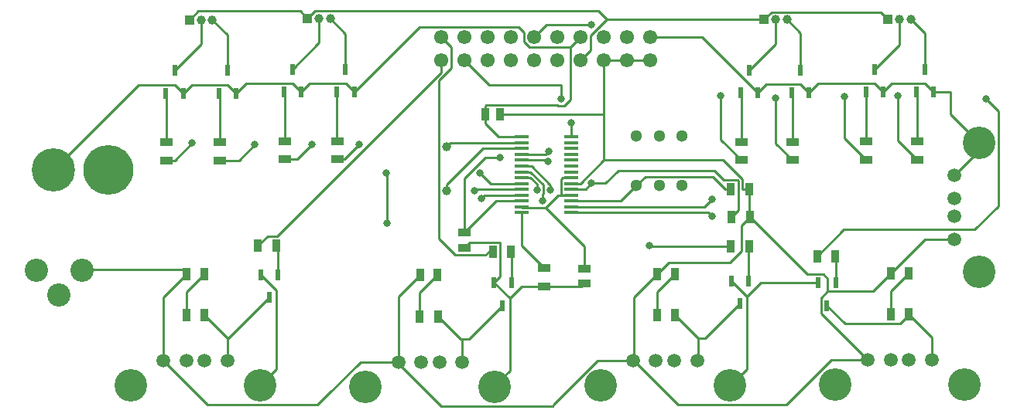
<source format=gbr>
%TF.GenerationSoftware,KiCad,Pcbnew,(5.1.6)-1*%
%TF.CreationDate,2020-10-27T11:33:51-07:00*%
%TF.ProjectId,main,6d61696e-2e6b-4696-9361-645f70636258,rev?*%
%TF.SameCoordinates,Original*%
%TF.FileFunction,Copper,L1,Top*%
%TF.FilePolarity,Positive*%
%FSLAX46Y46*%
G04 Gerber Fmt 4.6, Leading zero omitted, Abs format (unit mm)*
G04 Created by KiCad (PCBNEW (5.1.6)-1) date 2020-10-27 11:33:51*
%MOMM*%
%LPD*%
G01*
G04 APERTURE LIST*
%TA.AperFunction,ComponentPad*%
%ADD10C,1.000000*%
%TD*%
%TA.AperFunction,ComponentPad*%
%ADD11C,1.300000*%
%TD*%
%TA.AperFunction,SMDPad,CuDef*%
%ADD12R,0.950000X1.400000*%
%TD*%
%TA.AperFunction,SMDPad,CuDef*%
%ADD13R,1.400000X0.950000*%
%TD*%
%TA.AperFunction,SMDPad,CuDef*%
%ADD14R,0.600000X1.200000*%
%TD*%
%TA.AperFunction,SMDPad,CuDef*%
%ADD15R,0.900000X1.400000*%
%TD*%
%TA.AperFunction,ComponentPad*%
%ADD16C,3.570000*%
%TD*%
%TA.AperFunction,ComponentPad*%
%ADD17C,1.500000*%
%TD*%
%TA.AperFunction,ComponentPad*%
%ADD18R,1.000000X1.000000*%
%TD*%
%TA.AperFunction,ComponentPad*%
%ADD19C,2.550000*%
%TD*%
%TA.AperFunction,ComponentPad*%
%ADD20C,1.550000*%
%TD*%
%TA.AperFunction,ComponentPad*%
%ADD21C,4.740000*%
%TD*%
%TA.AperFunction,ComponentPad*%
%ADD22C,5.460000*%
%TD*%
%TA.AperFunction,SMDPad,CuDef*%
%ADD23R,1.525000X0.440000*%
%TD*%
%TA.AperFunction,SMDPad,CuDef*%
%ADD24R,1.470000X0.970000*%
%TD*%
%TA.AperFunction,SMDPad,CuDef*%
%ADD25R,0.970000X1.470000*%
%TD*%
%TA.AperFunction,ViaPad*%
%ADD26C,0.800000*%
%TD*%
%TA.AperFunction,Conductor*%
%ADD27C,0.250000*%
%TD*%
G04 APERTURE END LIST*
D10*
%TO.P,Y101,2*%
%TO.N,Net-(IC101-Pad2)*%
X125933200Y-95184900D03*
%TO.P,Y101,1*%
%TO.N,Net-(IC101-Pad3)*%
X125933200Y-100064900D03*
%TD*%
D11*
%TO.P,S101,6*%
%TO.N,Net-(IC101-Pad17)*%
X146674200Y-99474000D03*
%TO.P,S101,5*%
%TO.N,GND*%
X149174200Y-99474000D03*
%TO.P,S101,4*%
%TO.N,Net-(S101-Pad4)*%
X151674200Y-99474000D03*
%TO.P,S101,3*%
%TO.N,Net-(S101-Pad3)*%
X146674200Y-94074000D03*
%TO.P,S101,2*%
%TO.N,Net-(S101-Pad2)*%
X149174200Y-94074000D03*
%TO.P,S101,1*%
%TO.N,Net-(S101-Pad1)*%
X151674200Y-94074000D03*
%TD*%
D12*
%TO.P,R902,2*%
%TO.N,Net-(LED901-Pad1)*%
X97450400Y-113715800D03*
%TO.P,R902,1*%
%TO.N,Net-(J901-Pad4)*%
X99450400Y-113715800D03*
%TD*%
%TO.P,R901,2*%
%TO.N,Net-(Q901-Pad1)*%
X107299000Y-106093900D03*
%TO.P,R901,1*%
%TO.N,/USB1*%
X105299000Y-106093900D03*
%TD*%
%TO.P,R802,2*%
%TO.N,Net-(LED801-Pad1)*%
X122968933Y-113830100D03*
%TO.P,R802,1*%
%TO.N,Net-(J801-Pad4)*%
X124968933Y-113830100D03*
%TD*%
%TO.P,R801,2*%
%TO.N,Net-(Q801-Pad1)*%
X132978400Y-106718100D03*
%TO.P,R801,1*%
%TO.N,/USB2*%
X130978400Y-106718100D03*
%TD*%
%TO.P,R702,2*%
%TO.N,Net-(LED701-Pad1)*%
X148919265Y-113715800D03*
%TO.P,R702,1*%
%TO.N,Net-(J701-Pad4)*%
X150919265Y-113715800D03*
%TD*%
%TO.P,R701,2*%
%TO.N,Net-(Q701-Pad1)*%
X158988000Y-106108500D03*
%TO.P,R701,1*%
%TO.N,/USB3*%
X156988000Y-106108500D03*
%TD*%
%TO.P,R602,2*%
%TO.N,Net-(LED601-Pad1)*%
X174501300Y-113626900D03*
%TO.P,R602,1*%
%TO.N,Net-(J601-Pad4)*%
X176501300Y-113626900D03*
%TD*%
%TO.P,R601,2*%
%TO.N,Net-(Q601-Pad1)*%
X168462200Y-107238800D03*
%TO.P,R601,1*%
%TO.N,/USB4*%
X166462200Y-107238800D03*
%TD*%
D13*
%TO.P,R502,2*%
%TO.N,Net-(Q502-Pad1)*%
X177375300Y-94643700D03*
%TO.P,R502,1*%
%TO.N,/L4R*%
X177375300Y-96643700D03*
%TD*%
%TO.P,R501,2*%
%TO.N,Net-(Q501-Pad1)*%
X171844600Y-94643700D03*
%TO.P,R501,1*%
%TO.N,/L4G*%
X171844600Y-96643700D03*
%TD*%
%TO.P,R402,2*%
%TO.N,Net-(Q402-Pad1)*%
X163753600Y-94707200D03*
%TO.P,R402,1*%
%TO.N,/L3R*%
X163753600Y-96707200D03*
%TD*%
%TO.P,R401,2*%
%TO.N,Net-(Q401-Pad1)*%
X158154000Y-94707200D03*
%TO.P,R401,1*%
%TO.N,/L3G*%
X158154000Y-96707200D03*
%TD*%
%TO.P,R302,2*%
%TO.N,Net-(Q302-Pad1)*%
X113983400Y-94618300D03*
%TO.P,R302,1*%
%TO.N,/L2R*%
X113983400Y-96618300D03*
%TD*%
%TO.P,R301,2*%
%TO.N,Net-(Q301-Pad1)*%
X108191400Y-94618300D03*
%TO.P,R301,1*%
%TO.N,/L2G*%
X108191400Y-96618300D03*
%TD*%
%TO.P,R202,2*%
%TO.N,Net-(Q202-Pad1)*%
X101092900Y-94745300D03*
%TO.P,R202,1*%
%TO.N,/L1R*%
X101092900Y-96745300D03*
%TD*%
%TO.P,R201,2*%
%TO.N,Net-(Q201-Pad1)*%
X95295500Y-94745300D03*
%TO.P,R201,1*%
%TO.N,/L1G*%
X95295500Y-96745300D03*
%TD*%
D12*
%TO.P,R103,2*%
%TO.N,Net-(IC101-Pad17)*%
X157026100Y-99923600D03*
%TO.P,R103,1*%
%TO.N,+5V*%
X159026100Y-99923600D03*
%TD*%
%TO.P,R102,2*%
%TO.N,Net-(IC101-Pad19)*%
X157089600Y-102946200D03*
%TO.P,R102,1*%
%TO.N,+5V*%
X159089600Y-102946200D03*
%TD*%
D13*
%TO.P,R101,2*%
%TO.N,GND*%
X136601200Y-110524800D03*
%TO.P,R101,1*%
%TO.N,Net-(IC101-Pad14)*%
X136601200Y-108524800D03*
%TD*%
D14*
%TO.P,Q901,3*%
%TO.N,Net-(J901-Pad4)*%
X106530400Y-111752700D03*
%TO.P,Q901,2*%
%TO.N,GND*%
X105580400Y-109252700D03*
%TO.P,Q901,1*%
%TO.N,Net-(Q901-Pad1)*%
X107480400Y-109252700D03*
%TD*%
%TO.P,Q801,3*%
%TO.N,Net-(J801-Pad4)*%
X132048933Y-112629000D03*
%TO.P,Q801,2*%
%TO.N,GND*%
X131098933Y-110129000D03*
%TO.P,Q801,1*%
%TO.N,Net-(Q801-Pad1)*%
X132998933Y-110129000D03*
%TD*%
%TO.P,Q701,3*%
%TO.N,Net-(J701-Pad4)*%
X157999265Y-112451200D03*
%TO.P,Q701,2*%
%TO.N,GND*%
X157049265Y-109951200D03*
%TO.P,Q701,1*%
%TO.N,Net-(Q701-Pad1)*%
X158949265Y-109951200D03*
%TD*%
%TO.P,Q601,3*%
%TO.N,Net-(J601-Pad4)*%
X167528500Y-112654400D03*
%TO.P,Q601,2*%
%TO.N,GND*%
X166578500Y-110154400D03*
%TO.P,Q601,1*%
%TO.N,Net-(Q601-Pad1)*%
X168478500Y-110154400D03*
%TD*%
%TO.P,Q502,3*%
%TO.N,Net-(J501-Pad3)*%
X178250700Y-86748300D03*
%TO.P,Q502,2*%
%TO.N,GND*%
X179200700Y-89248300D03*
%TO.P,Q502,1*%
%TO.N,Net-(Q502-Pad1)*%
X177300700Y-89248300D03*
%TD*%
%TO.P,Q501,3*%
%TO.N,Net-(J501-Pad2)*%
X172720000Y-86748300D03*
%TO.P,Q501,2*%
%TO.N,GND*%
X173670000Y-89248300D03*
%TO.P,Q501,1*%
%TO.N,Net-(Q501-Pad1)*%
X171770000Y-89248300D03*
%TD*%
%TO.P,Q402,3*%
%TO.N,Net-(J401-Pad3)*%
X164629000Y-86811800D03*
%TO.P,Q402,2*%
%TO.N,GND*%
X165579000Y-89311800D03*
%TO.P,Q402,1*%
%TO.N,Net-(Q402-Pad1)*%
X163679000Y-89311800D03*
%TD*%
%TO.P,Q401,3*%
%TO.N,Net-(J401-Pad2)*%
X159029400Y-86811800D03*
%TO.P,Q401,2*%
%TO.N,GND*%
X159979400Y-89311800D03*
%TO.P,Q401,1*%
%TO.N,Net-(Q401-Pad1)*%
X158079400Y-89311800D03*
%TD*%
%TO.P,Q302,3*%
%TO.N,Net-(J301-Pad3)*%
X114858800Y-86722900D03*
%TO.P,Q302,2*%
%TO.N,GND*%
X115808800Y-89222900D03*
%TO.P,Q302,1*%
%TO.N,Net-(Q302-Pad1)*%
X113908800Y-89222900D03*
%TD*%
%TO.P,Q301,3*%
%TO.N,Net-(J301-Pad2)*%
X109066800Y-86722900D03*
%TO.P,Q301,2*%
%TO.N,GND*%
X110016800Y-89222900D03*
%TO.P,Q301,1*%
%TO.N,Net-(Q301-Pad1)*%
X108116800Y-89222900D03*
%TD*%
%TO.P,Q202,3*%
%TO.N,Net-(J201-Pad3)*%
X101968300Y-86849900D03*
%TO.P,Q202,2*%
%TO.N,GND*%
X102918300Y-89349900D03*
%TO.P,Q202,1*%
%TO.N,Net-(Q202-Pad1)*%
X101018300Y-89349900D03*
%TD*%
%TO.P,Q201,3*%
%TO.N,Net-(J201-Pad2)*%
X96170900Y-86849900D03*
%TO.P,Q201,2*%
%TO.N,GND*%
X97120900Y-89349900D03*
%TO.P,Q201,1*%
%TO.N,Net-(Q201-Pad1)*%
X95220900Y-89349900D03*
%TD*%
D15*
%TO.P,LED901,2*%
%TO.N,+5V*%
X97500400Y-109169200D03*
%TO.P,LED901,1*%
%TO.N,Net-(LED901-Pad1)*%
X99400400Y-109169200D03*
%TD*%
%TO.P,LED801,2*%
%TO.N,+5V*%
X123018933Y-109283500D03*
%TO.P,LED801,1*%
%TO.N,Net-(LED801-Pad1)*%
X124918933Y-109283500D03*
%TD*%
%TO.P,LED701,2*%
%TO.N,+5V*%
X148969265Y-109169200D03*
%TO.P,LED701,1*%
%TO.N,Net-(LED701-Pad1)*%
X150869265Y-109169200D03*
%TD*%
%TO.P,LED601,2*%
%TO.N,+5V*%
X174551300Y-109080300D03*
%TO.P,LED601,1*%
%TO.N,Net-(LED601-Pad1)*%
X176451300Y-109080300D03*
%TD*%
D16*
%TO.P,J901,6*%
%TO.N,GND*%
X105520400Y-121421100D03*
%TO.P,J901,5*%
%TO.N,Net-(J901-Pad5)*%
X91380400Y-121421100D03*
D17*
%TO.P,J901,4*%
%TO.N,Net-(J901-Pad4)*%
X101950400Y-118711100D03*
%TO.P,J901,3*%
%TO.N,/D1+*%
X99450400Y-118711100D03*
%TO.P,J901,2*%
%TO.N,/D1-*%
X97450400Y-118711100D03*
%TO.P,J901,1*%
%TO.N,+5V*%
X94950400Y-118711100D03*
%TD*%
D16*
%TO.P,J801,6*%
%TO.N,GND*%
X131204033Y-121535400D03*
%TO.P,J801,5*%
%TO.N,Net-(J801-Pad5)*%
X117064033Y-121535400D03*
D17*
%TO.P,J801,4*%
%TO.N,Net-(J801-Pad4)*%
X127634033Y-118825400D03*
%TO.P,J801,3*%
%TO.N,/D2+*%
X125134033Y-118825400D03*
%TO.P,J801,2*%
%TO.N,/D2-*%
X123134033Y-118825400D03*
%TO.P,J801,1*%
%TO.N,+5V*%
X120634033Y-118825400D03*
%TD*%
D16*
%TO.P,J701,6*%
%TO.N,GND*%
X156887666Y-121421100D03*
%TO.P,J701,5*%
%TO.N,Net-(J701-Pad5)*%
X142747666Y-121421100D03*
D17*
%TO.P,J701,4*%
%TO.N,Net-(J701-Pad4)*%
X153317666Y-118711100D03*
%TO.P,J701,3*%
%TO.N,/D3+*%
X150817666Y-118711100D03*
%TO.P,J701,2*%
%TO.N,/D3-*%
X148817666Y-118711100D03*
%TO.P,J701,1*%
%TO.N,+5V*%
X146317666Y-118711100D03*
%TD*%
D16*
%TO.P,J601,6*%
%TO.N,GND*%
X182571300Y-121332200D03*
%TO.P,J601,5*%
%TO.N,Net-(J601-Pad5)*%
X168431300Y-121332200D03*
D17*
%TO.P,J601,4*%
%TO.N,Net-(J601-Pad4)*%
X179001300Y-118622200D03*
%TO.P,J601,3*%
%TO.N,/D4+*%
X176501300Y-118622200D03*
%TO.P,J601,2*%
%TO.N,/D4-*%
X174501300Y-118622200D03*
%TO.P,J601,1*%
%TO.N,+5V*%
X172001300Y-118622200D03*
%TD*%
D10*
%TO.P,J501,3*%
%TO.N,Net-(J501-Pad3)*%
X176687800Y-81216500D03*
%TO.P,J501,2*%
%TO.N,Net-(J501-Pad2)*%
X175437800Y-81216500D03*
D18*
%TO.P,J501,1*%
%TO.N,+12V*%
X174187800Y-81216500D03*
%TD*%
D10*
%TO.P,J401,3*%
%TO.N,Net-(J401-Pad3)*%
X163155000Y-81280000D03*
%TO.P,J401,2*%
%TO.N,Net-(J401-Pad2)*%
X161905000Y-81280000D03*
D18*
%TO.P,J401,1*%
%TO.N,+12V*%
X160655000Y-81280000D03*
%TD*%
D10*
%TO.P,J301,3*%
%TO.N,Net-(J301-Pad3)*%
X113205900Y-81191100D03*
%TO.P,J301,2*%
%TO.N,Net-(J301-Pad2)*%
X111955900Y-81191100D03*
D18*
%TO.P,J301,1*%
%TO.N,+12V*%
X110705900Y-81191100D03*
%TD*%
D10*
%TO.P,J201,3*%
%TO.N,Net-(J201-Pad3)*%
X100310000Y-81318100D03*
%TO.P,J201,2*%
%TO.N,Net-(J201-Pad2)*%
X99060000Y-81318100D03*
D18*
%TO.P,J201,1*%
%TO.N,+12V*%
X97810000Y-81318100D03*
%TD*%
D19*
%TO.P,J104,3*%
%TO.N,Net-(IC101-Pad19)*%
X83472400Y-111500900D03*
%TO.P,J104,2*%
%TO.N,GND*%
X81012400Y-108800900D03*
%TO.P,J104,1*%
%TO.N,+5V*%
X86012400Y-108800900D03*
%TD*%
D20*
%TO.P,J103,20*%
%TO.N,GND*%
X148196300Y-83210400D03*
%TO.P,J103,19*%
%TO.N,+5V*%
X148196300Y-85750400D03*
%TO.P,J103,18*%
%TO.N,GND*%
X145656300Y-83210400D03*
%TO.P,J103,17*%
%TO.N,+5V*%
X145656300Y-85750400D03*
%TO.P,J103,16*%
%TO.N,GND*%
X143116300Y-83210400D03*
%TO.P,J103,15*%
%TO.N,+5V*%
X143116300Y-85750400D03*
%TO.P,J103,14*%
%TO.N,GND*%
X140576300Y-83210400D03*
%TO.P,J103,13*%
%TO.N,+12V*%
X140576300Y-85750400D03*
%TO.P,J103,12*%
%TO.N,/L4R*%
X138036300Y-83210400D03*
%TO.P,J103,11*%
%TO.N,/L4G*%
X138036300Y-85750400D03*
%TO.P,J103,10*%
%TO.N,/L3R*%
X135496300Y-83210400D03*
%TO.P,J103,9*%
%TO.N,/L3G*%
X135496300Y-85750400D03*
%TO.P,J103,8*%
%TO.N,/L2R*%
X132956300Y-83210400D03*
%TO.P,J103,7*%
%TO.N,/L2G*%
X132956300Y-85750400D03*
%TO.P,J103,6*%
%TO.N,/L1R*%
X130416300Y-83210400D03*
%TO.P,J103,5*%
%TO.N,/L1G*%
X130416300Y-85750400D03*
%TO.P,J103,4*%
%TO.N,/USB4*%
X127876300Y-83210400D03*
%TO.P,J103,3*%
%TO.N,/USB3*%
X127876300Y-85750400D03*
%TO.P,J103,2*%
%TO.N,/USB2*%
X125336300Y-83210400D03*
%TO.P,J103,1*%
%TO.N,/USB1*%
X125336300Y-85750400D03*
%TD*%
D16*
%TO.P,J102,6*%
%TO.N,GND*%
X184171800Y-94809400D03*
%TO.P,J102,5*%
%TO.N,Net-(J102-Pad5)*%
X184171800Y-108949400D03*
D17*
%TO.P,J102,4*%
%TO.N,GND*%
X181461800Y-98379400D03*
%TO.P,J102,3*%
%TO.N,/D0+*%
X181461800Y-100879400D03*
%TO.P,J102,2*%
%TO.N,/DO-*%
X181461800Y-102879400D03*
%TO.P,J102,1*%
%TO.N,+5V*%
X181461800Y-105379400D03*
%TD*%
D21*
%TO.P,J101,2*%
%TO.N,GND*%
X82887300Y-97739200D03*
D22*
%TO.P,J101,1*%
%TO.N,+12V*%
X88887300Y-97739200D03*
%TD*%
D23*
%TO.P,IC101,28*%
%TO.N,/VD18*%
X139529100Y-94138000D03*
%TO.P,IC101,27*%
%TO.N,Net-(IC101-Pad27)*%
X139529100Y-94778000D03*
%TO.P,IC101,26*%
%TO.N,Net-(IC101-Pad26)*%
X139529100Y-95418000D03*
%TO.P,IC101,25*%
%TO.N,Net-(IC101-Pad25)*%
X139529100Y-96058000D03*
%TO.P,IC101,24*%
%TO.N,Net-(IC101-Pad24)*%
X139529100Y-96698000D03*
%TO.P,IC101,23*%
%TO.N,Net-(IC101-Pad23)*%
X139529100Y-97338000D03*
%TO.P,IC101,22*%
%TO.N,Net-(IC101-Pad22)*%
X139529100Y-97978000D03*
%TO.P,IC101,21*%
%TO.N,/VD33*%
X139529100Y-98618000D03*
%TO.P,IC101,20*%
%TO.N,+5V*%
X139529100Y-99258000D03*
%TO.P,IC101,19*%
%TO.N,Net-(IC101-Pad19)*%
X139529100Y-99898000D03*
%TO.P,IC101,18*%
%TO.N,/VD33*%
X139529100Y-100538000D03*
%TO.P,IC101,17*%
%TO.N,Net-(IC101-Pad17)*%
X139529100Y-101178000D03*
%TO.P,IC101,16*%
%TO.N,/D0+*%
X139529100Y-101818000D03*
%TO.P,IC101,15*%
%TO.N,/DO-*%
X139529100Y-102458000D03*
%TO.P,IC101,14*%
%TO.N,Net-(IC101-Pad14)*%
X134105100Y-102458000D03*
%TO.P,IC101,13*%
%TO.N,/VD33*%
X134105100Y-101818000D03*
%TO.P,IC101,12*%
%TO.N,/VD18*%
X134105100Y-101178000D03*
%TO.P,IC101,11*%
%TO.N,/D1+*%
X134105100Y-100538000D03*
%TO.P,IC101,10*%
%TO.N,/D1-*%
X134105100Y-99898000D03*
%TO.P,IC101,9*%
%TO.N,/D2+*%
X134105100Y-99258000D03*
%TO.P,IC101,8*%
%TO.N,/D2-*%
X134105100Y-98618000D03*
%TO.P,IC101,7*%
%TO.N,/D3+*%
X134105100Y-97978000D03*
%TO.P,IC101,6*%
%TO.N,/D3-*%
X134105100Y-97338000D03*
%TO.P,IC101,5*%
%TO.N,/D4+*%
X134105100Y-96698000D03*
%TO.P,IC101,4*%
%TO.N,/D4-*%
X134105100Y-96058000D03*
%TO.P,IC101,3*%
%TO.N,Net-(IC101-Pad3)*%
X134105100Y-95418000D03*
%TO.P,IC101,2*%
%TO.N,Net-(IC101-Pad2)*%
X134105100Y-94778000D03*
%TO.P,IC101,1*%
%TO.N,GND*%
X134105100Y-94138000D03*
%TD*%
D24*
%TO.P,C104,2*%
%TO.N,/VD33*%
X140970000Y-108585000D03*
%TO.P,C104,1*%
%TO.N,GND*%
X140970000Y-110245000D03*
%TD*%
D25*
%TO.P,C102,2*%
%TO.N,+5V*%
X131792400Y-91694000D03*
%TO.P,C102,1*%
%TO.N,GND*%
X130132400Y-91694000D03*
%TD*%
D24*
%TO.P,C101,2*%
%TO.N,/VD18*%
X127876300Y-104618100D03*
%TO.P,C101,1*%
%TO.N,GND*%
X127876300Y-106278100D03*
%TD*%
D26*
%TO.N,/D1+*%
X129755900Y-100863400D03*
%TO.N,/D1-*%
X128993900Y-100025200D03*
%TO.N,/D2+*%
X119367300Y-103606600D03*
X119329200Y-98145600D03*
X129552700Y-98069400D03*
%TO.N,/D2-*%
X135801100Y-99964899D03*
%TO.N,/D3+*%
X136385300Y-101168200D03*
%TO.N,/D3-*%
X137287000Y-99987100D03*
%TO.N,/D4+*%
X137020300Y-96850200D03*
%TO.N,/D4-*%
X137083800Y-95707200D03*
%TO.N,/USB3*%
X148107400Y-106070400D03*
X138468100Y-89979500D03*
%TO.N,/USB4*%
X184975500Y-90011002D03*
%TO.N,/L2R*%
X116370100Y-94970600D03*
%TO.N,/L2G*%
X111226600Y-95008700D03*
%TO.N,/L1R*%
X104952800Y-94996000D03*
%TO.N,/L1G*%
X98094800Y-94830900D03*
%TO.N,/L4R*%
X175310800Y-89674700D03*
%TO.N,/L4G*%
X169481500Y-89763600D03*
%TO.N,/L3R*%
X161899600Y-89877900D03*
X141795500Y-81851500D03*
%TO.N,/L3G*%
X155892500Y-89598500D03*
%TO.N,/VD18*%
X131775200Y-96393000D03*
X139547600Y-92583000D03*
%TO.N,Net-(IC101-Pad19)*%
X141784899Y-99239899D03*
%TO.N,/D0+*%
X154965400Y-101003100D03*
%TO.N,/DO-*%
X154978100Y-102870000D03*
%TD*%
D27*
%TO.N,GND*%
X158774264Y-111676199D02*
X157049265Y-109951200D01*
X158774264Y-119636101D02*
X158774264Y-111676199D01*
X156989265Y-121421100D02*
X158774264Y-119636101D01*
X132823932Y-111853999D02*
X131098933Y-110129000D01*
X132823932Y-119750401D02*
X132823932Y-111853999D01*
X131038933Y-121535400D02*
X132823932Y-119750401D01*
X107305399Y-110977699D02*
X105580400Y-109252700D01*
X107305399Y-119636101D02*
X107305399Y-110977699D01*
X105520400Y-121421100D02*
X107305399Y-119636101D01*
X153878000Y-83210400D02*
X148196300Y-83210400D01*
X159979400Y-89311800D02*
X153878000Y-83210400D01*
X164653999Y-88386799D02*
X165579000Y-89311800D01*
X160904401Y-88386799D02*
X164653999Y-88386799D01*
X159979400Y-89311800D02*
X160904401Y-88386799D01*
X172744999Y-88323299D02*
X173670000Y-89248300D01*
X166567501Y-88323299D02*
X172744999Y-88323299D01*
X165579000Y-89311800D02*
X166567501Y-88323299D01*
X174595001Y-88323299D02*
X178275699Y-88323299D01*
X178275699Y-88323299D02*
X179200700Y-89248300D01*
X173670000Y-89248300D02*
X174595001Y-88323299D01*
X179200700Y-89248300D02*
X181055600Y-89248300D01*
X101993299Y-88424899D02*
X102918300Y-89349900D01*
X98045901Y-88424899D02*
X101993299Y-88424899D01*
X97120900Y-89349900D02*
X98045901Y-88424899D01*
X103970301Y-88297899D02*
X109091799Y-88297899D01*
X109091799Y-88297899D02*
X110016800Y-89222900D01*
X102918300Y-89349900D02*
X103970301Y-88297899D01*
X114883799Y-88297899D02*
X115808800Y-89222900D01*
X110941801Y-88297899D02*
X114883799Y-88297899D01*
X110016800Y-89222900D02*
X110941801Y-88297899D01*
X134153131Y-110524800D02*
X132823932Y-111853999D01*
X136601200Y-110524800D02*
X134153131Y-110524800D01*
X128461301Y-105693099D02*
X127876300Y-106278100D01*
X131713401Y-105693099D02*
X128461301Y-105693099D01*
X131778401Y-109449532D02*
X131778401Y-105758099D01*
X131778401Y-105758099D02*
X131713401Y-105693099D01*
X131098933Y-110129000D02*
X131778401Y-109449532D01*
X131591400Y-94138000D02*
X134105100Y-94138000D01*
X130132400Y-92679000D02*
X131591400Y-94138000D01*
X130132400Y-91694000D02*
X130132400Y-92679000D01*
X134396299Y-83738401D02*
X134968299Y-84310401D01*
X134396299Y-82682399D02*
X134396299Y-83738401D01*
X134968299Y-84310401D02*
X139476299Y-84310401D01*
X133824299Y-82110399D02*
X134396299Y-82682399D01*
X122921301Y-82110399D02*
X133824299Y-82110399D01*
X115808800Y-89222900D02*
X122921301Y-82110399D01*
X181055600Y-91693200D02*
X181055600Y-89248300D01*
X184171800Y-94809400D02*
X181055600Y-91693200D01*
X184171800Y-95669400D02*
X184171800Y-94809400D01*
X181461800Y-98379400D02*
X184171800Y-95669400D01*
X160296063Y-110154400D02*
X158774264Y-111676199D01*
X166578500Y-110154400D02*
X160296063Y-110154400D01*
X139476299Y-84310401D02*
X140576300Y-83210400D01*
X139476299Y-90044303D02*
X139476299Y-84310401D01*
X138816101Y-90704501D02*
X139476299Y-90044303D01*
X138049597Y-90633999D02*
X138120099Y-90704501D01*
X130207401Y-90633999D02*
X138049597Y-90633999D01*
X130132400Y-90709000D02*
X130207401Y-90633999D01*
X138120099Y-90704501D02*
X138816101Y-90704501D01*
X130132400Y-91694000D02*
X130132400Y-90709000D01*
X96195899Y-88424899D02*
X97120900Y-89349900D01*
X92201601Y-88424899D02*
X96195899Y-88424899D01*
X82887300Y-97739200D02*
X92201601Y-88424899D01*
X140690200Y-110524800D02*
X140970000Y-110245000D01*
X136601200Y-110524800D02*
X140690200Y-110524800D01*
%TO.N,/D1+*%
X130081300Y-100538000D02*
X134105100Y-100538000D01*
X129755900Y-100863400D02*
X130081300Y-100538000D01*
%TO.N,/D1-*%
X129121100Y-99898000D02*
X134105100Y-99898000D01*
X128993900Y-100025200D02*
X129121100Y-99898000D01*
%TO.N,/D2+*%
X119367300Y-103606600D02*
X119367300Y-98183700D01*
X119367300Y-98183700D02*
X119329200Y-98145600D01*
X130741300Y-99258000D02*
X134105100Y-99258000D01*
X129552700Y-98069400D02*
X130741300Y-99258000D01*
%TO.N,/D2-*%
X135105100Y-98618000D02*
X134105100Y-98618000D01*
X135801100Y-99314000D02*
X135105100Y-98618000D01*
X135801100Y-99964899D02*
X135801100Y-99314000D01*
%TO.N,/D3+*%
X135101510Y-97978000D02*
X134105100Y-97978000D01*
X136526101Y-99402591D02*
X135101510Y-97978000D01*
X136526101Y-100312900D02*
X136526101Y-99402591D01*
X136385300Y-100453701D02*
X136526101Y-100312900D01*
X136385300Y-101168200D02*
X136385300Y-100453701D01*
%TO.N,/D3-*%
X135032602Y-97338000D02*
X134105100Y-97338000D01*
X135203585Y-97338000D02*
X134105100Y-97338000D01*
X137287000Y-99421415D02*
X135203585Y-97338000D01*
X137287000Y-99987100D02*
X137287000Y-99421415D01*
%TO.N,/D4+*%
X136868100Y-96698000D02*
X137020300Y-96850200D01*
X134105100Y-96698000D02*
X136868100Y-96698000D01*
%TO.N,/D4-*%
X136733000Y-96058000D02*
X134105100Y-96058000D01*
X137083800Y-95707200D02*
X136733000Y-96058000D01*
%TO.N,/USB1*%
X125336300Y-87077402D02*
X125336300Y-85750400D01*
X107344803Y-105068899D02*
X125336300Y-87077402D01*
X106324001Y-105068899D02*
X107344803Y-105068899D01*
X105299000Y-106093900D02*
X106324001Y-105068899D01*
%TO.N,/USB2*%
X126436301Y-84310401D02*
X125336300Y-83210400D01*
X125108199Y-87941913D02*
X126436301Y-86613811D01*
X126436301Y-86613811D02*
X126436301Y-84310401D01*
X130978400Y-106718100D02*
X130543300Y-106718100D01*
X125108199Y-105315001D02*
X125108199Y-101409999D01*
X126881299Y-107088101D02*
X125108199Y-105315001D01*
X130173299Y-107088101D02*
X126881299Y-107088101D01*
X130543300Y-106718100D02*
X130173299Y-107088101D01*
X125108199Y-101409999D02*
X125108199Y-87941913D01*
X125108199Y-101765599D02*
X125108199Y-101409999D01*
%TO.N,/USB3*%
X138441599Y-88494701D02*
X130620601Y-88494701D01*
X130620601Y-88494701D02*
X127876300Y-85750400D01*
X138468100Y-89979500D02*
X138468100Y-88521202D01*
X138468100Y-88521202D02*
X138441599Y-88494701D01*
X148145500Y-106108500D02*
X148107400Y-106070400D01*
X156988000Y-106108500D02*
X148145500Y-106108500D01*
%TO.N,/USB4*%
X169396601Y-104304399D02*
X183680801Y-104304399D01*
X166462200Y-107238800D02*
X169396601Y-104304399D01*
X186281801Y-91317303D02*
X184975500Y-90011002D01*
X186281801Y-101703399D02*
X186281801Y-91317303D01*
X183680801Y-104304399D02*
X186281801Y-101703399D01*
%TO.N,+12V*%
X109880899Y-80366099D02*
X110705900Y-81191100D01*
X98762001Y-80366099D02*
X109880899Y-80366099D01*
X97810000Y-81318100D02*
X98762001Y-80366099D01*
X143418698Y-81280000D02*
X160655000Y-81280000D01*
X141676301Y-84650399D02*
X141676301Y-83022397D01*
X141676301Y-83022397D02*
X143418698Y-81280000D01*
X140576300Y-85750400D02*
X141676301Y-84650399D01*
X111530901Y-80366099D02*
X110705900Y-81191100D01*
X142504797Y-80366099D02*
X111530901Y-80366099D01*
X143418698Y-81280000D02*
X142504797Y-80366099D01*
X173426299Y-80454999D02*
X174187800Y-81216500D01*
X161480001Y-80454999D02*
X173426299Y-80454999D01*
X160655000Y-81280000D02*
X161480001Y-80454999D01*
%TO.N,/L2R*%
X113983400Y-96618300D02*
X114722400Y-96618300D01*
X114722400Y-96618300D02*
X116370100Y-94970600D01*
%TO.N,/L2G*%
X108191400Y-96618300D02*
X109617000Y-96618300D01*
X109617000Y-96618300D02*
X111226600Y-95008700D01*
%TO.N,/L1R*%
X101092900Y-96745300D02*
X103203500Y-96745300D01*
X103203500Y-96745300D02*
X104952800Y-94996000D01*
%TO.N,/L1G*%
X95295500Y-96745300D02*
X96180400Y-96745300D01*
X96180400Y-96745300D02*
X98094800Y-94830900D01*
%TO.N,+5V*%
X146419265Y-111719200D02*
X148969265Y-109169200D01*
X146419265Y-118711100D02*
X146419265Y-111719200D01*
X94950400Y-111719200D02*
X97500400Y-109169200D01*
X94950400Y-118711100D02*
X94950400Y-111719200D01*
X116486131Y-118825400D02*
X120468933Y-118825400D01*
X94950400Y-118711100D02*
X99770401Y-123531101D01*
X142436463Y-118711100D02*
X146419265Y-118711100D01*
X120468933Y-118825400D02*
X125288934Y-123645401D01*
X168018498Y-118622200D02*
X172001300Y-118622200D01*
X146419265Y-118711100D02*
X151239266Y-123531101D01*
X120634033Y-111668400D02*
X123018933Y-109283500D01*
X120634033Y-118825400D02*
X120634033Y-111668400D01*
X163109597Y-123531101D02*
X163354599Y-123286099D01*
X151239266Y-123531101D02*
X163109597Y-123531101D01*
X163198497Y-123442201D02*
X163354599Y-123286099D01*
X163354599Y-123286099D02*
X168018498Y-118622200D01*
X137502163Y-123645401D02*
X137952482Y-123195082D01*
X125288934Y-123645401D02*
X137502163Y-123645401D01*
X137616462Y-123531101D02*
X137952482Y-123195082D01*
X137952482Y-123195082D02*
X142436463Y-118711100D01*
X111780429Y-123531101D02*
X112867865Y-122443665D01*
X99770401Y-123531101D02*
X111780429Y-123531101D01*
X112867865Y-122443665D02*
X116486131Y-118825400D01*
X96586000Y-110083600D02*
X97500400Y-109169200D01*
X139529100Y-99258000D02*
X140541600Y-99258000D01*
X143116300Y-85750400D02*
X145656300Y-85750400D01*
X145656300Y-85750400D02*
X148196300Y-85750400D01*
X159026100Y-102882700D02*
X159089600Y-102946200D01*
X159026100Y-99923600D02*
X159026100Y-102882700D01*
X158187999Y-106668503D02*
X156919202Y-107937300D01*
X159089600Y-102946200D02*
X158187999Y-103847801D01*
X158187999Y-103847801D02*
X158187999Y-106668503D01*
X150201165Y-107937300D02*
X148969265Y-109169200D01*
X156919202Y-107937300D02*
X150201165Y-107937300D01*
X172552199Y-111079401D02*
X174551300Y-109080300D01*
X167618497Y-111079401D02*
X172552199Y-111079401D01*
X166903499Y-111794399D02*
X167618497Y-111079401D01*
X166903499Y-113524399D02*
X166903499Y-111794399D01*
X172001300Y-118622200D02*
X166903499Y-113524399D01*
X178252200Y-105379400D02*
X181461800Y-105379400D01*
X174551300Y-109080300D02*
X178252200Y-105379400D01*
X167138501Y-109229399D02*
X167618497Y-109709395D01*
X165372799Y-109229399D02*
X167138501Y-109229399D01*
X167618497Y-109709395D02*
X167618497Y-111079401D01*
X159089600Y-102946200D02*
X165372799Y-109229399D01*
X140541600Y-99258000D02*
X143116300Y-96683300D01*
X143014700Y-91694000D02*
X143116300Y-91592400D01*
X143116300Y-96683300D02*
X143116300Y-91592400D01*
X131792400Y-91694000D02*
X143014700Y-91694000D01*
X143116300Y-91592400D02*
X143116300Y-85750400D01*
X156182212Y-96683300D02*
X143116300Y-96683300D01*
X158276110Y-98777198D02*
X156182212Y-96683300D01*
X158276111Y-99898611D02*
X158276110Y-98777198D01*
X158301100Y-99923600D02*
X158276111Y-99898611D01*
X159026100Y-99923600D02*
X158301100Y-99923600D01*
X86126700Y-108686600D02*
X86012400Y-108800900D01*
X97500400Y-109169200D02*
X97017800Y-108686600D01*
X97017800Y-108686600D02*
X86126700Y-108686600D01*
%TO.N,/L4R*%
X177375300Y-96643700D02*
X175310800Y-94579200D01*
X175310800Y-94579200D02*
X175310800Y-89674700D01*
%TO.N,/L4G*%
X171844600Y-96643700D02*
X169481500Y-94280600D01*
X169481500Y-94280600D02*
X169481500Y-89763600D01*
%TO.N,/L3R*%
X163753600Y-96707200D02*
X161899600Y-94853200D01*
X161899600Y-94853200D02*
X161899600Y-89877900D01*
X136855200Y-81851500D02*
X135496300Y-83210400D01*
X141795500Y-81851500D02*
X136855200Y-81851500D01*
%TO.N,/L3G*%
X158154000Y-96707200D02*
X155892500Y-94445700D01*
X155892500Y-94445700D02*
X155892500Y-89598500D01*
%TO.N,/VD18*%
X131316400Y-101178000D02*
X134105100Y-101178000D01*
X127876300Y-104618100D02*
X131316400Y-101178000D01*
X127876300Y-104618100D02*
X127876300Y-98672798D01*
X130156098Y-96393000D02*
X131775200Y-96393000D01*
X127876300Y-98672798D02*
X130156098Y-96393000D01*
X139547600Y-94119500D02*
X139529100Y-94138000D01*
X139547600Y-92583000D02*
X139547600Y-94119500D01*
%TO.N,/VD33*%
X138601598Y-98618000D02*
X139529100Y-98618000D01*
X138441599Y-98777999D02*
X138601598Y-98618000D01*
X138441599Y-100378001D02*
X138441599Y-98777999D01*
X138601598Y-100538000D02*
X138441599Y-100378001D01*
X139529100Y-100538000D02*
X138601598Y-100538000D01*
X134180301Y-101893201D02*
X134105100Y-101818000D01*
X136733301Y-101893201D02*
X134180301Y-101893201D01*
X138088502Y-100538000D02*
X136733301Y-101893201D01*
X139529100Y-100538000D02*
X138088502Y-100538000D01*
X140970000Y-106129900D02*
X136733301Y-101893201D01*
X140970000Y-108585000D02*
X140970000Y-106129900D01*
%TO.N,Net-(IC101-Pad19)*%
X141126798Y-99898000D02*
X139529100Y-99898000D01*
X141784899Y-99239899D02*
X141126798Y-99898000D01*
X157826101Y-102209699D02*
X157826101Y-98963599D01*
X155219400Y-97853500D02*
X144705902Y-97853500D01*
X157089600Y-102946200D02*
X157826101Y-102209699D01*
X156264499Y-98898599D02*
X155219400Y-97853500D01*
X157761101Y-98898599D02*
X156264499Y-98898599D01*
X157826101Y-98963599D02*
X157761101Y-98898599D01*
X143319503Y-99239899D02*
X144705902Y-97853500D01*
X141784899Y-99239899D02*
X143319503Y-99239899D01*
%TO.N,Net-(IC101-Pad17)*%
X147649201Y-98498999D02*
X146674200Y-99474000D01*
X144970200Y-101178000D02*
X139529100Y-101178000D01*
X146674200Y-99474000D02*
X144970200Y-101178000D01*
X156438600Y-99923600D02*
X155013999Y-98498999D01*
X157026100Y-99923600D02*
X156438600Y-99923600D01*
X155013999Y-98498999D02*
X147649201Y-98498999D01*
%TO.N,/D0+*%
X154150500Y-101818000D02*
X139529100Y-101818000D01*
X154965400Y-101003100D02*
X154150500Y-101818000D01*
%TO.N,/DO-*%
X154566100Y-102458000D02*
X139529100Y-102458000D01*
X154978100Y-102870000D02*
X154566100Y-102458000D01*
%TO.N,Net-(IC101-Pad14)*%
X134105100Y-106028700D02*
X136601200Y-108524800D01*
X134105100Y-102458000D02*
X134105100Y-106028700D01*
%TO.N,Net-(IC101-Pad3)*%
X125933200Y-99357794D02*
X129872994Y-95418000D01*
X129872994Y-95418000D02*
X130939900Y-95418000D01*
X130580100Y-95418000D02*
X130939900Y-95418000D01*
X125933200Y-100064900D02*
X125933200Y-99357794D01*
X130939900Y-95418000D02*
X134105100Y-95418000D01*
%TO.N,Net-(IC101-Pad2)*%
X126340100Y-94778000D02*
X134105100Y-94778000D01*
X125933200Y-95184900D02*
X126340100Y-94778000D01*
%TO.N,Net-(LED601-Pad1)*%
X174501300Y-111030300D02*
X176451300Y-109080300D01*
X174501300Y-113626900D02*
X174501300Y-111030300D01*
%TO.N,Net-(LED701-Pad1)*%
X148919265Y-111119200D02*
X150869265Y-109169200D01*
X148919265Y-113715800D02*
X148919265Y-111119200D01*
%TO.N,Net-(LED801-Pad1)*%
X122968933Y-111233500D02*
X124918933Y-109283500D01*
X122968933Y-113830100D02*
X122968933Y-111233500D01*
%TO.N,Net-(LED901-Pad1)*%
X97450400Y-111119200D02*
X99400400Y-109169200D01*
X97450400Y-113715800D02*
X97450400Y-111119200D01*
%TO.N,Net-(J201-Pad3)*%
X101968300Y-82976400D02*
X100310000Y-81318100D01*
X101968300Y-86849900D02*
X101968300Y-82976400D01*
%TO.N,Net-(J201-Pad2)*%
X99060000Y-83960800D02*
X99060000Y-81318100D01*
X96170900Y-86849900D02*
X99060000Y-83960800D01*
%TO.N,Net-(J301-Pad3)*%
X114858800Y-82844000D02*
X113205900Y-81191100D01*
X114858800Y-86722900D02*
X114858800Y-82844000D01*
%TO.N,Net-(J301-Pad2)*%
X111955900Y-83833800D02*
X111955900Y-81191100D01*
X109066800Y-86722900D02*
X111955900Y-83833800D01*
%TO.N,Net-(J401-Pad3)*%
X164629000Y-82754000D02*
X163155000Y-81280000D01*
X164629000Y-86811800D02*
X164629000Y-82754000D01*
%TO.N,Net-(J401-Pad2)*%
X161905000Y-83936200D02*
X161905000Y-81280000D01*
X159029400Y-86811800D02*
X161905000Y-83936200D01*
%TO.N,Net-(J501-Pad3)*%
X178250700Y-82779400D02*
X176687800Y-81216500D01*
X178250700Y-86748300D02*
X178250700Y-82779400D01*
%TO.N,Net-(J501-Pad2)*%
X175437800Y-84030500D02*
X175437800Y-81216500D01*
X172720000Y-86748300D02*
X175437800Y-84030500D01*
%TO.N,Net-(J601-Pad4)*%
X179001300Y-116126900D02*
X176501300Y-113626900D01*
X179001300Y-118622200D02*
X179001300Y-116126900D01*
X176501300Y-113626900D02*
X176501300Y-113681000D01*
X175530399Y-114651901D02*
X169526001Y-114651901D01*
X169526001Y-114651901D02*
X167528500Y-112654400D01*
X176501300Y-113681000D02*
X175530399Y-114651901D01*
%TO.N,Net-(J701-Pad4)*%
X153419265Y-116215800D02*
X150919265Y-113715800D01*
X153419265Y-118711100D02*
X153419265Y-116215800D01*
X153419265Y-118711100D02*
X153419265Y-117031200D01*
X154234665Y-116215800D02*
X157999265Y-112451200D01*
X153419265Y-116215800D02*
X154234665Y-116215800D01*
%TO.N,Net-(J801-Pad4)*%
X127468933Y-116330100D02*
X124968933Y-113830100D01*
X127635000Y-118825400D02*
X127635000Y-116330100D01*
X128347833Y-116330100D02*
X132048933Y-112629000D01*
X127468933Y-116330100D02*
X128347833Y-116330100D01*
%TO.N,Net-(J901-Pad4)*%
X101950400Y-116215800D02*
X99450400Y-113715800D01*
X101950400Y-118711100D02*
X101950400Y-116215800D01*
X102067300Y-116215800D02*
X106530400Y-111752700D01*
X101950400Y-116215800D02*
X102067300Y-116215800D01*
%TO.N,Net-(Q201-Pad1)*%
X95295500Y-89424500D02*
X95220900Y-89349900D01*
X95295500Y-94745300D02*
X95295500Y-89424500D01*
%TO.N,Net-(Q202-Pad1)*%
X101092900Y-89424500D02*
X101018300Y-89349900D01*
X101092900Y-94745300D02*
X101092900Y-89424500D01*
%TO.N,Net-(Q301-Pad1)*%
X108191400Y-89297500D02*
X108116800Y-89222900D01*
X108191400Y-94618300D02*
X108191400Y-89297500D01*
%TO.N,Net-(Q302-Pad1)*%
X113908800Y-94543700D02*
X113983400Y-94618300D01*
X113908800Y-89222900D02*
X113908800Y-94543700D01*
%TO.N,Net-(Q401-Pad1)*%
X158154000Y-89386400D02*
X158079400Y-89311800D01*
X158154000Y-94707200D02*
X158154000Y-89386400D01*
%TO.N,Net-(Q402-Pad1)*%
X163753600Y-89386400D02*
X163679000Y-89311800D01*
X163753600Y-94707200D02*
X163753600Y-89386400D01*
%TO.N,Net-(Q501-Pad1)*%
X171844600Y-89322900D02*
X171770000Y-89248300D01*
X171844600Y-94643700D02*
X171844600Y-89322900D01*
%TO.N,Net-(Q502-Pad1)*%
X177375300Y-89322900D02*
X177300700Y-89248300D01*
X177375300Y-94643700D02*
X177375300Y-89322900D01*
%TO.N,Net-(Q601-Pad1)*%
X168478500Y-107255100D02*
X168462200Y-107238800D01*
X168478500Y-110154400D02*
X168478500Y-107255100D01*
%TO.N,Net-(Q701-Pad1)*%
X158949265Y-106147235D02*
X158988000Y-106108500D01*
X158949265Y-109951200D02*
X158949265Y-106147235D01*
%TO.N,Net-(Q801-Pad1)*%
X132998933Y-106738633D02*
X132978400Y-106718100D01*
X132998933Y-110129000D02*
X132998933Y-106738633D01*
%TO.N,Net-(Q901-Pad1)*%
X107399000Y-105993900D02*
X107299000Y-106093900D01*
X107480400Y-106275300D02*
X107299000Y-106093900D01*
X107480400Y-109252700D02*
X107480400Y-106275300D01*
%TD*%
M02*

</source>
